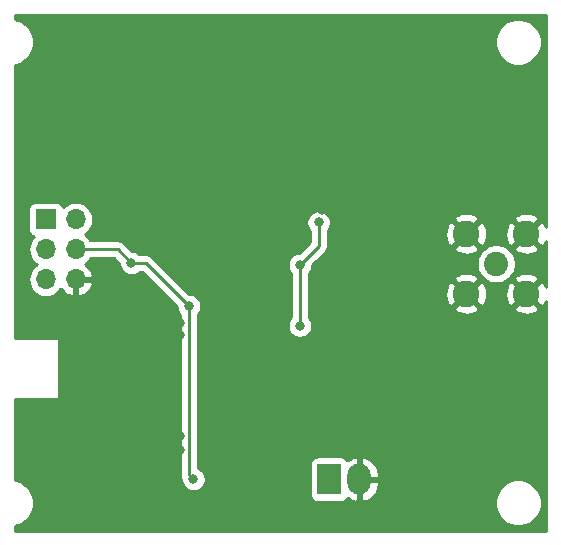
<source format=gbl>
G04 #@! TF.GenerationSoftware,KiCad,Pcbnew,5.1.4-e60b266~84~ubuntu18.04.1*
G04 #@! TF.CreationDate,2019-10-26T18:44:54+05:30*
G04 #@! TF.ProjectId,senseEle_SMA_rev1,73656e73-6545-46c6-955f-534d415f7265,rev?*
G04 #@! TF.SameCoordinates,Original*
G04 #@! TF.FileFunction,Copper,L2,Bot*
G04 #@! TF.FilePolarity,Positive*
%FSLAX46Y46*%
G04 Gerber Fmt 4.6, Leading zero omitted, Abs format (unit mm)*
G04 Created by KiCad (PCBNEW 5.1.4-e60b266~84~ubuntu18.04.1) date 2019-10-26 18:44:54*
%MOMM*%
%LPD*%
G04 APERTURE LIST*
%ADD10O,2.000000X2.600000*%
%ADD11R,2.000000X2.600000*%
%ADD12C,2.050000*%
%ADD13C,2.250000*%
%ADD14R,1.700000X1.700000*%
%ADD15O,1.700000X1.700000*%
%ADD16C,0.800000*%
%ADD17C,0.250000*%
%ADD18C,0.254000*%
G04 APERTURE END LIST*
D10*
X42540000Y-50000000D03*
D11*
X40000000Y-50000000D03*
D12*
X54130000Y-31760000D03*
D13*
X56670000Y-34300000D03*
X56670000Y-29220000D03*
X51590000Y-29220000D03*
X51590000Y-34300000D03*
D14*
X16000000Y-28000000D03*
D15*
X18540000Y-28000000D03*
X16000000Y-30540000D03*
X18540000Y-30540000D03*
X16000000Y-33080000D03*
X18540000Y-33080000D03*
D16*
X35750000Y-33500000D03*
X35300000Y-28250000D03*
X24500000Y-34000000D03*
X39350000Y-27200000D03*
X31600000Y-17000000D03*
X14200000Y-48250000D03*
X14200000Y-49050000D03*
X15000000Y-49050000D03*
X15000000Y-48250000D03*
X14200000Y-35900000D03*
X27350000Y-37800000D03*
X27350000Y-36750000D03*
X26500000Y-36750000D03*
X27350000Y-46300000D03*
X27350000Y-47500000D03*
X26250000Y-47500000D03*
X14200000Y-45000000D03*
X14200000Y-44050000D03*
X15150000Y-45000000D03*
X15150000Y-44050000D03*
X18250000Y-44500000D03*
X21000000Y-42000000D03*
X23500000Y-42000000D03*
X22250000Y-44500000D03*
X18250000Y-39500000D03*
X22250000Y-39500000D03*
X41215000Y-37485000D03*
X41500000Y-22000000D03*
X44700000Y-22000000D03*
X47800000Y-22000000D03*
X23250000Y-31700000D03*
X28500000Y-50000000D03*
X28100000Y-35350000D03*
X39100000Y-28250000D03*
X37500000Y-37000000D03*
X37500000Y-31850000D03*
D17*
X14200000Y-48250000D02*
X14200000Y-49050000D01*
X15000000Y-49050000D02*
X15000000Y-48250000D01*
X27350000Y-36750000D02*
X27350000Y-37800000D01*
X27350000Y-46300000D02*
X27350000Y-47500000D01*
X14200000Y-45000000D02*
X14200000Y-44050000D01*
X15150000Y-45000000D02*
X15150000Y-44050000D01*
X15150000Y-44050000D02*
X17800000Y-44050000D01*
X17800000Y-44050000D02*
X18250000Y-44500000D01*
X18250000Y-44500000D02*
X20750000Y-42000000D01*
X20750000Y-42000000D02*
X21000000Y-42000000D01*
X21000000Y-42000000D02*
X23500000Y-42000000D01*
X23500000Y-42000000D02*
X23500000Y-43250000D01*
X23500000Y-43250000D02*
X22250000Y-44500000D01*
X21000000Y-42000000D02*
X18500000Y-39500000D01*
X18500000Y-39500000D02*
X18250000Y-39500000D01*
X23500000Y-42000000D02*
X23500000Y-40750000D01*
X23500000Y-40750000D02*
X22250000Y-39500000D01*
X18540000Y-30540000D02*
X22090000Y-30540000D01*
X22090000Y-30540000D02*
X23250000Y-31700000D01*
X24450000Y-31700000D02*
X23250000Y-31700000D01*
X28100000Y-35350000D02*
X24450000Y-31700000D01*
X28100001Y-49600001D02*
X28500000Y-50000000D01*
X28100000Y-35350000D02*
X28100001Y-49600001D01*
X37500000Y-31850000D02*
X39100000Y-30250000D01*
X39100000Y-30250000D02*
X39100000Y-28250000D01*
X37500000Y-37000000D02*
X37500000Y-31850000D01*
D18*
G36*
X58340001Y-28664295D02*
G01*
X58280966Y-28490315D01*
X58171714Y-28285921D01*
X57894531Y-28175074D01*
X56849605Y-29220000D01*
X57894531Y-30264926D01*
X58171714Y-30154079D01*
X58325089Y-29843160D01*
X58340001Y-29787537D01*
X58340000Y-33744294D01*
X58280966Y-33570315D01*
X58171714Y-33365921D01*
X57894531Y-33255074D01*
X56849605Y-34300000D01*
X57894531Y-35344926D01*
X58171714Y-35234079D01*
X58325089Y-34923160D01*
X58340000Y-34867537D01*
X58340000Y-54340000D01*
X13377000Y-54340000D01*
X13377000Y-53948899D01*
X13579003Y-53908718D01*
X13940250Y-53759085D01*
X14265364Y-53541851D01*
X14541851Y-53265364D01*
X14759085Y-52940250D01*
X14908718Y-52579003D01*
X14985000Y-52195505D01*
X14985000Y-51804495D01*
X14908718Y-51420997D01*
X14759085Y-51059750D01*
X14541851Y-50734636D01*
X14265364Y-50458149D01*
X13940250Y-50240915D01*
X13579003Y-50091282D01*
X13377000Y-50051101D01*
X13377000Y-43177000D01*
X17000000Y-43177000D01*
X17024776Y-43174560D01*
X17048601Y-43167333D01*
X17070557Y-43155597D01*
X17089803Y-43139803D01*
X17105597Y-43120557D01*
X17117333Y-43098601D01*
X17124560Y-43074776D01*
X17127000Y-43050000D01*
X17127000Y-38200000D01*
X17124560Y-38175224D01*
X17117333Y-38151399D01*
X17105597Y-38129443D01*
X17089803Y-38110197D01*
X17070557Y-38094403D01*
X17048601Y-38082667D01*
X17024776Y-38075440D01*
X17000000Y-38073000D01*
X13377000Y-38073000D01*
X13377000Y-30540000D01*
X14507815Y-30540000D01*
X14536487Y-30831111D01*
X14621401Y-31111034D01*
X14759294Y-31369014D01*
X14944866Y-31595134D01*
X15170986Y-31780706D01*
X15225791Y-31810000D01*
X15170986Y-31839294D01*
X14944866Y-32024866D01*
X14759294Y-32250986D01*
X14621401Y-32508966D01*
X14536487Y-32788889D01*
X14507815Y-33080000D01*
X14536487Y-33371111D01*
X14621401Y-33651034D01*
X14759294Y-33909014D01*
X14944866Y-34135134D01*
X15170986Y-34320706D01*
X15428966Y-34458599D01*
X15708889Y-34543513D01*
X15927050Y-34565000D01*
X16072950Y-34565000D01*
X16291111Y-34543513D01*
X16571034Y-34458599D01*
X16829014Y-34320706D01*
X17055134Y-34135134D01*
X17240706Y-33909014D01*
X17271584Y-33851244D01*
X17442412Y-34080269D01*
X17658645Y-34275178D01*
X17908748Y-34424157D01*
X18183109Y-34521481D01*
X18413000Y-34400814D01*
X18413000Y-33207000D01*
X18667000Y-33207000D01*
X18667000Y-34400814D01*
X18896891Y-34521481D01*
X19171252Y-34424157D01*
X19421355Y-34275178D01*
X19637588Y-34080269D01*
X19811641Y-33846920D01*
X19936825Y-33584099D01*
X19981476Y-33436890D01*
X19860155Y-33207000D01*
X18667000Y-33207000D01*
X18413000Y-33207000D01*
X18393000Y-33207000D01*
X18393000Y-32953000D01*
X18413000Y-32953000D01*
X18413000Y-32933000D01*
X18667000Y-32933000D01*
X18667000Y-32953000D01*
X19860155Y-32953000D01*
X19981476Y-32723110D01*
X19936825Y-32575901D01*
X19811641Y-32313080D01*
X19637588Y-32079731D01*
X19421355Y-31884822D01*
X19304477Y-31815201D01*
X19369014Y-31780706D01*
X19595134Y-31595134D01*
X19780706Y-31369014D01*
X19817595Y-31300000D01*
X21775199Y-31300000D01*
X22215000Y-31739802D01*
X22215000Y-31801939D01*
X22254774Y-32001898D01*
X22332795Y-32190256D01*
X22446063Y-32359774D01*
X22590226Y-32503937D01*
X22759744Y-32617205D01*
X22948102Y-32695226D01*
X23148061Y-32735000D01*
X23351939Y-32735000D01*
X23551898Y-32695226D01*
X23740256Y-32617205D01*
X23909774Y-32503937D01*
X23953711Y-32460000D01*
X24135199Y-32460000D01*
X27065000Y-35389802D01*
X27065000Y-35451939D01*
X27104774Y-35651898D01*
X27182795Y-35840256D01*
X27296063Y-36009774D01*
X27340000Y-36053711D01*
X27340002Y-49562669D01*
X27336325Y-49600001D01*
X27350999Y-49748986D01*
X27394455Y-49892247D01*
X27465000Y-50024226D01*
X27465000Y-50101939D01*
X27504774Y-50301898D01*
X27582795Y-50490256D01*
X27696063Y-50659774D01*
X27840226Y-50803937D01*
X28009744Y-50917205D01*
X28198102Y-50995226D01*
X28398061Y-51035000D01*
X28601939Y-51035000D01*
X28801898Y-50995226D01*
X28990256Y-50917205D01*
X29159774Y-50803937D01*
X29303937Y-50659774D01*
X29417205Y-50490256D01*
X29495226Y-50301898D01*
X29535000Y-50101939D01*
X29535000Y-49898061D01*
X29495226Y-49698102D01*
X29417205Y-49509744D01*
X29303937Y-49340226D01*
X29159774Y-49196063D01*
X28990256Y-49082795D01*
X28860001Y-49028841D01*
X28860001Y-48700000D01*
X38361928Y-48700000D01*
X38361928Y-51300000D01*
X38374188Y-51424482D01*
X38410498Y-51544180D01*
X38469463Y-51654494D01*
X38548815Y-51751185D01*
X38645506Y-51830537D01*
X38755820Y-51889502D01*
X38875518Y-51925812D01*
X39000000Y-51938072D01*
X41000000Y-51938072D01*
X41124482Y-51925812D01*
X41244180Y-51889502D01*
X41354494Y-51830537D01*
X41451185Y-51751185D01*
X41530537Y-51654494D01*
X41557338Y-51604353D01*
X41737239Y-51730010D01*
X42031645Y-51859144D01*
X42159566Y-51890124D01*
X42413000Y-51770777D01*
X42413000Y-50127000D01*
X42667000Y-50127000D01*
X42667000Y-51770777D01*
X42920434Y-51890124D01*
X43048355Y-51859144D01*
X43172946Y-51804495D01*
X54015000Y-51804495D01*
X54015000Y-52195505D01*
X54091282Y-52579003D01*
X54240915Y-52940250D01*
X54458149Y-53265364D01*
X54734636Y-53541851D01*
X55059750Y-53759085D01*
X55420997Y-53908718D01*
X55804495Y-53985000D01*
X56195505Y-53985000D01*
X56579003Y-53908718D01*
X56940250Y-53759085D01*
X57265364Y-53541851D01*
X57541851Y-53265364D01*
X57759085Y-52940250D01*
X57908718Y-52579003D01*
X57985000Y-52195505D01*
X57985000Y-51804495D01*
X57908718Y-51420997D01*
X57759085Y-51059750D01*
X57541851Y-50734636D01*
X57265364Y-50458149D01*
X56940250Y-50240915D01*
X56579003Y-50091282D01*
X56195505Y-50015000D01*
X55804495Y-50015000D01*
X55420997Y-50091282D01*
X55059750Y-50240915D01*
X54734636Y-50458149D01*
X54458149Y-50734636D01*
X54240915Y-51059750D01*
X54091282Y-51420997D01*
X54015000Y-51804495D01*
X43172946Y-51804495D01*
X43342761Y-51730010D01*
X43606317Y-51545922D01*
X43828895Y-51313954D01*
X44001942Y-51043020D01*
X44118807Y-50743532D01*
X44175000Y-50427000D01*
X44175000Y-50127000D01*
X42667000Y-50127000D01*
X42413000Y-50127000D01*
X42393000Y-50127000D01*
X42393000Y-49873000D01*
X42413000Y-49873000D01*
X42413000Y-48229223D01*
X42667000Y-48229223D01*
X42667000Y-49873000D01*
X44175000Y-49873000D01*
X44175000Y-49573000D01*
X44118807Y-49256468D01*
X44001942Y-48956980D01*
X43828895Y-48686046D01*
X43606317Y-48454078D01*
X43342761Y-48269990D01*
X43048355Y-48140856D01*
X42920434Y-48109876D01*
X42667000Y-48229223D01*
X42413000Y-48229223D01*
X42159566Y-48109876D01*
X42031645Y-48140856D01*
X41737239Y-48269990D01*
X41557338Y-48395647D01*
X41530537Y-48345506D01*
X41451185Y-48248815D01*
X41354494Y-48169463D01*
X41244180Y-48110498D01*
X41124482Y-48074188D01*
X41000000Y-48061928D01*
X39000000Y-48061928D01*
X38875518Y-48074188D01*
X38755820Y-48110498D01*
X38645506Y-48169463D01*
X38548815Y-48248815D01*
X38469463Y-48345506D01*
X38410498Y-48455820D01*
X38374188Y-48575518D01*
X38361928Y-48700000D01*
X28860001Y-48700000D01*
X28859999Y-36053712D01*
X28903937Y-36009774D01*
X29017205Y-35840256D01*
X29095226Y-35651898D01*
X29135000Y-35451939D01*
X29135000Y-35248061D01*
X29095226Y-35048102D01*
X29017205Y-34859744D01*
X28903937Y-34690226D01*
X28759774Y-34546063D01*
X28590256Y-34432795D01*
X28401898Y-34354774D01*
X28201939Y-34315000D01*
X28139802Y-34315000D01*
X25572863Y-31748061D01*
X36465000Y-31748061D01*
X36465000Y-31951939D01*
X36504774Y-32151898D01*
X36582795Y-32340256D01*
X36696063Y-32509774D01*
X36740001Y-32553712D01*
X36740000Y-36296289D01*
X36696063Y-36340226D01*
X36582795Y-36509744D01*
X36504774Y-36698102D01*
X36465000Y-36898061D01*
X36465000Y-37101939D01*
X36504774Y-37301898D01*
X36582795Y-37490256D01*
X36696063Y-37659774D01*
X36840226Y-37803937D01*
X37009744Y-37917205D01*
X37198102Y-37995226D01*
X37398061Y-38035000D01*
X37601939Y-38035000D01*
X37801898Y-37995226D01*
X37990256Y-37917205D01*
X38159774Y-37803937D01*
X38303937Y-37659774D01*
X38417205Y-37490256D01*
X38495226Y-37301898D01*
X38535000Y-37101939D01*
X38535000Y-36898061D01*
X38495226Y-36698102D01*
X38417205Y-36509744D01*
X38303937Y-36340226D01*
X38260000Y-36296289D01*
X38260000Y-35524531D01*
X50545074Y-35524531D01*
X50655921Y-35801714D01*
X50966840Y-35955089D01*
X51301705Y-36044860D01*
X51647650Y-36067576D01*
X51991380Y-36022366D01*
X52319685Y-35910966D01*
X52524079Y-35801714D01*
X52634926Y-35524531D01*
X55625074Y-35524531D01*
X55735921Y-35801714D01*
X56046840Y-35955089D01*
X56381705Y-36044860D01*
X56727650Y-36067576D01*
X57071380Y-36022366D01*
X57399685Y-35910966D01*
X57604079Y-35801714D01*
X57714926Y-35524531D01*
X56670000Y-34479605D01*
X55625074Y-35524531D01*
X52634926Y-35524531D01*
X51590000Y-34479605D01*
X50545074Y-35524531D01*
X38260000Y-35524531D01*
X38260000Y-34357650D01*
X49822424Y-34357650D01*
X49867634Y-34701380D01*
X49979034Y-35029685D01*
X50088286Y-35234079D01*
X50365469Y-35344926D01*
X51410395Y-34300000D01*
X51769605Y-34300000D01*
X52814531Y-35344926D01*
X53091714Y-35234079D01*
X53245089Y-34923160D01*
X53334860Y-34588295D01*
X53350004Y-34357650D01*
X54902424Y-34357650D01*
X54947634Y-34701380D01*
X55059034Y-35029685D01*
X55168286Y-35234079D01*
X55445469Y-35344926D01*
X56490395Y-34300000D01*
X55445469Y-33255074D01*
X55168286Y-33365921D01*
X55014911Y-33676840D01*
X54925140Y-34011705D01*
X54902424Y-34357650D01*
X53350004Y-34357650D01*
X53357576Y-34242350D01*
X53312366Y-33898620D01*
X53200966Y-33570315D01*
X53091714Y-33365921D01*
X52814531Y-33255074D01*
X51769605Y-34300000D01*
X51410395Y-34300000D01*
X50365469Y-33255074D01*
X50088286Y-33365921D01*
X49934911Y-33676840D01*
X49845140Y-34011705D01*
X49822424Y-34357650D01*
X38260000Y-34357650D01*
X38260000Y-33075469D01*
X50545074Y-33075469D01*
X51590000Y-34120395D01*
X52634926Y-33075469D01*
X52524079Y-32798286D01*
X52213160Y-32644911D01*
X51878295Y-32555140D01*
X51532350Y-32532424D01*
X51188620Y-32577634D01*
X50860315Y-32689034D01*
X50655921Y-32798286D01*
X50545074Y-33075469D01*
X38260000Y-33075469D01*
X38260000Y-32553711D01*
X38303937Y-32509774D01*
X38417205Y-32340256D01*
X38495226Y-32151898D01*
X38535000Y-31951939D01*
X38535000Y-31889801D01*
X38828297Y-31596504D01*
X52470000Y-31596504D01*
X52470000Y-31923496D01*
X52533793Y-32244204D01*
X52658927Y-32546305D01*
X52840594Y-32818188D01*
X53071812Y-33049406D01*
X53343695Y-33231073D01*
X53645796Y-33356207D01*
X53966504Y-33420000D01*
X54293496Y-33420000D01*
X54614204Y-33356207D01*
X54916305Y-33231073D01*
X55149182Y-33075469D01*
X55625074Y-33075469D01*
X56670000Y-34120395D01*
X57714926Y-33075469D01*
X57604079Y-32798286D01*
X57293160Y-32644911D01*
X56958295Y-32555140D01*
X56612350Y-32532424D01*
X56268620Y-32577634D01*
X55940315Y-32689034D01*
X55735921Y-32798286D01*
X55625074Y-33075469D01*
X55149182Y-33075469D01*
X55188188Y-33049406D01*
X55419406Y-32818188D01*
X55601073Y-32546305D01*
X55726207Y-32244204D01*
X55790000Y-31923496D01*
X55790000Y-31596504D01*
X55726207Y-31275796D01*
X55601073Y-30973695D01*
X55419406Y-30701812D01*
X55188188Y-30470594D01*
X55149183Y-30444531D01*
X55625074Y-30444531D01*
X55735921Y-30721714D01*
X56046840Y-30875089D01*
X56381705Y-30964860D01*
X56727650Y-30987576D01*
X57071380Y-30942366D01*
X57399685Y-30830966D01*
X57604079Y-30721714D01*
X57714926Y-30444531D01*
X56670000Y-29399605D01*
X55625074Y-30444531D01*
X55149183Y-30444531D01*
X54916305Y-30288927D01*
X54614204Y-30163793D01*
X54293496Y-30100000D01*
X53966504Y-30100000D01*
X53645796Y-30163793D01*
X53343695Y-30288927D01*
X53071812Y-30470594D01*
X52840594Y-30701812D01*
X52658927Y-30973695D01*
X52533793Y-31275796D01*
X52470000Y-31596504D01*
X38828297Y-31596504D01*
X39611004Y-30813798D01*
X39640001Y-30790001D01*
X39734974Y-30674276D01*
X39805546Y-30542247D01*
X39835187Y-30444531D01*
X50545074Y-30444531D01*
X50655921Y-30721714D01*
X50966840Y-30875089D01*
X51301705Y-30964860D01*
X51647650Y-30987576D01*
X51991380Y-30942366D01*
X52319685Y-30830966D01*
X52524079Y-30721714D01*
X52634926Y-30444531D01*
X51590000Y-29399605D01*
X50545074Y-30444531D01*
X39835187Y-30444531D01*
X39849003Y-30398986D01*
X39860000Y-30287333D01*
X39860000Y-30287325D01*
X39863676Y-30250000D01*
X39860000Y-30212675D01*
X39860000Y-29277650D01*
X49822424Y-29277650D01*
X49867634Y-29621380D01*
X49979034Y-29949685D01*
X50088286Y-30154079D01*
X50365469Y-30264926D01*
X51410395Y-29220000D01*
X51769605Y-29220000D01*
X52814531Y-30264926D01*
X53091714Y-30154079D01*
X53245089Y-29843160D01*
X53334860Y-29508295D01*
X53350004Y-29277650D01*
X54902424Y-29277650D01*
X54947634Y-29621380D01*
X55059034Y-29949685D01*
X55168286Y-30154079D01*
X55445469Y-30264926D01*
X56490395Y-29220000D01*
X55445469Y-28175074D01*
X55168286Y-28285921D01*
X55014911Y-28596840D01*
X54925140Y-28931705D01*
X54902424Y-29277650D01*
X53350004Y-29277650D01*
X53357576Y-29162350D01*
X53312366Y-28818620D01*
X53200966Y-28490315D01*
X53091714Y-28285921D01*
X52814531Y-28175074D01*
X51769605Y-29220000D01*
X51410395Y-29220000D01*
X50365469Y-28175074D01*
X50088286Y-28285921D01*
X49934911Y-28596840D01*
X49845140Y-28931705D01*
X49822424Y-29277650D01*
X39860000Y-29277650D01*
X39860000Y-28953711D01*
X39903937Y-28909774D01*
X40017205Y-28740256D01*
X40095226Y-28551898D01*
X40135000Y-28351939D01*
X40135000Y-28148061D01*
X40104648Y-27995469D01*
X50545074Y-27995469D01*
X51590000Y-29040395D01*
X52634926Y-27995469D01*
X55625074Y-27995469D01*
X56670000Y-29040395D01*
X57714926Y-27995469D01*
X57604079Y-27718286D01*
X57293160Y-27564911D01*
X56958295Y-27475140D01*
X56612350Y-27452424D01*
X56268620Y-27497634D01*
X55940315Y-27609034D01*
X55735921Y-27718286D01*
X55625074Y-27995469D01*
X52634926Y-27995469D01*
X52524079Y-27718286D01*
X52213160Y-27564911D01*
X51878295Y-27475140D01*
X51532350Y-27452424D01*
X51188620Y-27497634D01*
X50860315Y-27609034D01*
X50655921Y-27718286D01*
X50545074Y-27995469D01*
X40104648Y-27995469D01*
X40095226Y-27948102D01*
X40017205Y-27759744D01*
X39903937Y-27590226D01*
X39759774Y-27446063D01*
X39590256Y-27332795D01*
X39401898Y-27254774D01*
X39201939Y-27215000D01*
X38998061Y-27215000D01*
X38798102Y-27254774D01*
X38609744Y-27332795D01*
X38440226Y-27446063D01*
X38296063Y-27590226D01*
X38182795Y-27759744D01*
X38104774Y-27948102D01*
X38065000Y-28148061D01*
X38065000Y-28351939D01*
X38104774Y-28551898D01*
X38182795Y-28740256D01*
X38296063Y-28909774D01*
X38340001Y-28953712D01*
X38340000Y-29935198D01*
X37460199Y-30815000D01*
X37398061Y-30815000D01*
X37198102Y-30854774D01*
X37009744Y-30932795D01*
X36840226Y-31046063D01*
X36696063Y-31190226D01*
X36582795Y-31359744D01*
X36504774Y-31548102D01*
X36465000Y-31748061D01*
X25572863Y-31748061D01*
X25013804Y-31189003D01*
X24990001Y-31159999D01*
X24874276Y-31065026D01*
X24742247Y-30994454D01*
X24598986Y-30950997D01*
X24487333Y-30940000D01*
X24487322Y-30940000D01*
X24450000Y-30936324D01*
X24412678Y-30940000D01*
X23953711Y-30940000D01*
X23909774Y-30896063D01*
X23740256Y-30782795D01*
X23551898Y-30704774D01*
X23351939Y-30665000D01*
X23289802Y-30665000D01*
X22653804Y-30029003D01*
X22630001Y-29999999D01*
X22514276Y-29905026D01*
X22382247Y-29834454D01*
X22238986Y-29790997D01*
X22127333Y-29780000D01*
X22127322Y-29780000D01*
X22090000Y-29776324D01*
X22052678Y-29780000D01*
X19817595Y-29780000D01*
X19780706Y-29710986D01*
X19595134Y-29484866D01*
X19369014Y-29299294D01*
X19314209Y-29270000D01*
X19369014Y-29240706D01*
X19595134Y-29055134D01*
X19780706Y-28829014D01*
X19918599Y-28571034D01*
X20003513Y-28291111D01*
X20032185Y-28000000D01*
X20003513Y-27708889D01*
X19918599Y-27428966D01*
X19780706Y-27170986D01*
X19595134Y-26944866D01*
X19369014Y-26759294D01*
X19111034Y-26621401D01*
X18831111Y-26536487D01*
X18612950Y-26515000D01*
X18467050Y-26515000D01*
X18248889Y-26536487D01*
X17968966Y-26621401D01*
X17710986Y-26759294D01*
X17484866Y-26944866D01*
X17460393Y-26974687D01*
X17439502Y-26905820D01*
X17380537Y-26795506D01*
X17301185Y-26698815D01*
X17204494Y-26619463D01*
X17094180Y-26560498D01*
X16974482Y-26524188D01*
X16850000Y-26511928D01*
X15150000Y-26511928D01*
X15025518Y-26524188D01*
X14905820Y-26560498D01*
X14795506Y-26619463D01*
X14698815Y-26698815D01*
X14619463Y-26795506D01*
X14560498Y-26905820D01*
X14524188Y-27025518D01*
X14511928Y-27150000D01*
X14511928Y-28850000D01*
X14524188Y-28974482D01*
X14560498Y-29094180D01*
X14619463Y-29204494D01*
X14698815Y-29301185D01*
X14795506Y-29380537D01*
X14905820Y-29439502D01*
X14974687Y-29460393D01*
X14944866Y-29484866D01*
X14759294Y-29710986D01*
X14621401Y-29968966D01*
X14536487Y-30248889D01*
X14507815Y-30540000D01*
X13377000Y-30540000D01*
X13377000Y-14948899D01*
X13579003Y-14908718D01*
X13940250Y-14759085D01*
X14265364Y-14541851D01*
X14541851Y-14265364D01*
X14759085Y-13940250D01*
X14908718Y-13579003D01*
X14985000Y-13195505D01*
X14985000Y-12804495D01*
X54015000Y-12804495D01*
X54015000Y-13195505D01*
X54091282Y-13579003D01*
X54240915Y-13940250D01*
X54458149Y-14265364D01*
X54734636Y-14541851D01*
X55059750Y-14759085D01*
X55420997Y-14908718D01*
X55804495Y-14985000D01*
X56195505Y-14985000D01*
X56579003Y-14908718D01*
X56940250Y-14759085D01*
X57265364Y-14541851D01*
X57541851Y-14265364D01*
X57759085Y-13940250D01*
X57908718Y-13579003D01*
X57985000Y-13195505D01*
X57985000Y-12804495D01*
X57908718Y-12420997D01*
X57759085Y-12059750D01*
X57541851Y-11734636D01*
X57265364Y-11458149D01*
X56940250Y-11240915D01*
X56579003Y-11091282D01*
X56195505Y-11015000D01*
X55804495Y-11015000D01*
X55420997Y-11091282D01*
X55059750Y-11240915D01*
X54734636Y-11458149D01*
X54458149Y-11734636D01*
X54240915Y-12059750D01*
X54091282Y-12420997D01*
X54015000Y-12804495D01*
X14985000Y-12804495D01*
X14908718Y-12420997D01*
X14759085Y-12059750D01*
X14541851Y-11734636D01*
X14265364Y-11458149D01*
X13940250Y-11240915D01*
X13579003Y-11091282D01*
X13377000Y-11051101D01*
X13377000Y-10660000D01*
X58340001Y-10660000D01*
X58340001Y-28664295D01*
X58340001Y-28664295D01*
G37*
X58340001Y-28664295D02*
X58280966Y-28490315D01*
X58171714Y-28285921D01*
X57894531Y-28175074D01*
X56849605Y-29220000D01*
X57894531Y-30264926D01*
X58171714Y-30154079D01*
X58325089Y-29843160D01*
X58340001Y-29787537D01*
X58340000Y-33744294D01*
X58280966Y-33570315D01*
X58171714Y-33365921D01*
X57894531Y-33255074D01*
X56849605Y-34300000D01*
X57894531Y-35344926D01*
X58171714Y-35234079D01*
X58325089Y-34923160D01*
X58340000Y-34867537D01*
X58340000Y-54340000D01*
X13377000Y-54340000D01*
X13377000Y-53948899D01*
X13579003Y-53908718D01*
X13940250Y-53759085D01*
X14265364Y-53541851D01*
X14541851Y-53265364D01*
X14759085Y-52940250D01*
X14908718Y-52579003D01*
X14985000Y-52195505D01*
X14985000Y-51804495D01*
X14908718Y-51420997D01*
X14759085Y-51059750D01*
X14541851Y-50734636D01*
X14265364Y-50458149D01*
X13940250Y-50240915D01*
X13579003Y-50091282D01*
X13377000Y-50051101D01*
X13377000Y-43177000D01*
X17000000Y-43177000D01*
X17024776Y-43174560D01*
X17048601Y-43167333D01*
X17070557Y-43155597D01*
X17089803Y-43139803D01*
X17105597Y-43120557D01*
X17117333Y-43098601D01*
X17124560Y-43074776D01*
X17127000Y-43050000D01*
X17127000Y-38200000D01*
X17124560Y-38175224D01*
X17117333Y-38151399D01*
X17105597Y-38129443D01*
X17089803Y-38110197D01*
X17070557Y-38094403D01*
X17048601Y-38082667D01*
X17024776Y-38075440D01*
X17000000Y-38073000D01*
X13377000Y-38073000D01*
X13377000Y-30540000D01*
X14507815Y-30540000D01*
X14536487Y-30831111D01*
X14621401Y-31111034D01*
X14759294Y-31369014D01*
X14944866Y-31595134D01*
X15170986Y-31780706D01*
X15225791Y-31810000D01*
X15170986Y-31839294D01*
X14944866Y-32024866D01*
X14759294Y-32250986D01*
X14621401Y-32508966D01*
X14536487Y-32788889D01*
X14507815Y-33080000D01*
X14536487Y-33371111D01*
X14621401Y-33651034D01*
X14759294Y-33909014D01*
X14944866Y-34135134D01*
X15170986Y-34320706D01*
X15428966Y-34458599D01*
X15708889Y-34543513D01*
X15927050Y-34565000D01*
X16072950Y-34565000D01*
X16291111Y-34543513D01*
X16571034Y-34458599D01*
X16829014Y-34320706D01*
X17055134Y-34135134D01*
X17240706Y-33909014D01*
X17271584Y-33851244D01*
X17442412Y-34080269D01*
X17658645Y-34275178D01*
X17908748Y-34424157D01*
X18183109Y-34521481D01*
X18413000Y-34400814D01*
X18413000Y-33207000D01*
X18667000Y-33207000D01*
X18667000Y-34400814D01*
X18896891Y-34521481D01*
X19171252Y-34424157D01*
X19421355Y-34275178D01*
X19637588Y-34080269D01*
X19811641Y-33846920D01*
X19936825Y-33584099D01*
X19981476Y-33436890D01*
X19860155Y-33207000D01*
X18667000Y-33207000D01*
X18413000Y-33207000D01*
X18393000Y-33207000D01*
X18393000Y-32953000D01*
X18413000Y-32953000D01*
X18413000Y-32933000D01*
X18667000Y-32933000D01*
X18667000Y-32953000D01*
X19860155Y-32953000D01*
X19981476Y-32723110D01*
X19936825Y-32575901D01*
X19811641Y-32313080D01*
X19637588Y-32079731D01*
X19421355Y-31884822D01*
X19304477Y-31815201D01*
X19369014Y-31780706D01*
X19595134Y-31595134D01*
X19780706Y-31369014D01*
X19817595Y-31300000D01*
X21775199Y-31300000D01*
X22215000Y-31739802D01*
X22215000Y-31801939D01*
X22254774Y-32001898D01*
X22332795Y-32190256D01*
X22446063Y-32359774D01*
X22590226Y-32503937D01*
X22759744Y-32617205D01*
X22948102Y-32695226D01*
X23148061Y-32735000D01*
X23351939Y-32735000D01*
X23551898Y-32695226D01*
X23740256Y-32617205D01*
X23909774Y-32503937D01*
X23953711Y-32460000D01*
X24135199Y-32460000D01*
X27065000Y-35389802D01*
X27065000Y-35451939D01*
X27104774Y-35651898D01*
X27182795Y-35840256D01*
X27296063Y-36009774D01*
X27340000Y-36053711D01*
X27340002Y-49562669D01*
X27336325Y-49600001D01*
X27350999Y-49748986D01*
X27394455Y-49892247D01*
X27465000Y-50024226D01*
X27465000Y-50101939D01*
X27504774Y-50301898D01*
X27582795Y-50490256D01*
X27696063Y-50659774D01*
X27840226Y-50803937D01*
X28009744Y-50917205D01*
X28198102Y-50995226D01*
X28398061Y-51035000D01*
X28601939Y-51035000D01*
X28801898Y-50995226D01*
X28990256Y-50917205D01*
X29159774Y-50803937D01*
X29303937Y-50659774D01*
X29417205Y-50490256D01*
X29495226Y-50301898D01*
X29535000Y-50101939D01*
X29535000Y-49898061D01*
X29495226Y-49698102D01*
X29417205Y-49509744D01*
X29303937Y-49340226D01*
X29159774Y-49196063D01*
X28990256Y-49082795D01*
X28860001Y-49028841D01*
X28860001Y-48700000D01*
X38361928Y-48700000D01*
X38361928Y-51300000D01*
X38374188Y-51424482D01*
X38410498Y-51544180D01*
X38469463Y-51654494D01*
X38548815Y-51751185D01*
X38645506Y-51830537D01*
X38755820Y-51889502D01*
X38875518Y-51925812D01*
X39000000Y-51938072D01*
X41000000Y-51938072D01*
X41124482Y-51925812D01*
X41244180Y-51889502D01*
X41354494Y-51830537D01*
X41451185Y-51751185D01*
X41530537Y-51654494D01*
X41557338Y-51604353D01*
X41737239Y-51730010D01*
X42031645Y-51859144D01*
X42159566Y-51890124D01*
X42413000Y-51770777D01*
X42413000Y-50127000D01*
X42667000Y-50127000D01*
X42667000Y-51770777D01*
X42920434Y-51890124D01*
X43048355Y-51859144D01*
X43172946Y-51804495D01*
X54015000Y-51804495D01*
X54015000Y-52195505D01*
X54091282Y-52579003D01*
X54240915Y-52940250D01*
X54458149Y-53265364D01*
X54734636Y-53541851D01*
X55059750Y-53759085D01*
X55420997Y-53908718D01*
X55804495Y-53985000D01*
X56195505Y-53985000D01*
X56579003Y-53908718D01*
X56940250Y-53759085D01*
X57265364Y-53541851D01*
X57541851Y-53265364D01*
X57759085Y-52940250D01*
X57908718Y-52579003D01*
X57985000Y-52195505D01*
X57985000Y-51804495D01*
X57908718Y-51420997D01*
X57759085Y-51059750D01*
X57541851Y-50734636D01*
X57265364Y-50458149D01*
X56940250Y-50240915D01*
X56579003Y-50091282D01*
X56195505Y-50015000D01*
X55804495Y-50015000D01*
X55420997Y-50091282D01*
X55059750Y-50240915D01*
X54734636Y-50458149D01*
X54458149Y-50734636D01*
X54240915Y-51059750D01*
X54091282Y-51420997D01*
X54015000Y-51804495D01*
X43172946Y-51804495D01*
X43342761Y-51730010D01*
X43606317Y-51545922D01*
X43828895Y-51313954D01*
X44001942Y-51043020D01*
X44118807Y-50743532D01*
X44175000Y-50427000D01*
X44175000Y-50127000D01*
X42667000Y-50127000D01*
X42413000Y-50127000D01*
X42393000Y-50127000D01*
X42393000Y-49873000D01*
X42413000Y-49873000D01*
X42413000Y-48229223D01*
X42667000Y-48229223D01*
X42667000Y-49873000D01*
X44175000Y-49873000D01*
X44175000Y-49573000D01*
X44118807Y-49256468D01*
X44001942Y-48956980D01*
X43828895Y-48686046D01*
X43606317Y-48454078D01*
X43342761Y-48269990D01*
X43048355Y-48140856D01*
X42920434Y-48109876D01*
X42667000Y-48229223D01*
X42413000Y-48229223D01*
X42159566Y-48109876D01*
X42031645Y-48140856D01*
X41737239Y-48269990D01*
X41557338Y-48395647D01*
X41530537Y-48345506D01*
X41451185Y-48248815D01*
X41354494Y-48169463D01*
X41244180Y-48110498D01*
X41124482Y-48074188D01*
X41000000Y-48061928D01*
X39000000Y-48061928D01*
X38875518Y-48074188D01*
X38755820Y-48110498D01*
X38645506Y-48169463D01*
X38548815Y-48248815D01*
X38469463Y-48345506D01*
X38410498Y-48455820D01*
X38374188Y-48575518D01*
X38361928Y-48700000D01*
X28860001Y-48700000D01*
X28859999Y-36053712D01*
X28903937Y-36009774D01*
X29017205Y-35840256D01*
X29095226Y-35651898D01*
X29135000Y-35451939D01*
X29135000Y-35248061D01*
X29095226Y-35048102D01*
X29017205Y-34859744D01*
X28903937Y-34690226D01*
X28759774Y-34546063D01*
X28590256Y-34432795D01*
X28401898Y-34354774D01*
X28201939Y-34315000D01*
X28139802Y-34315000D01*
X25572863Y-31748061D01*
X36465000Y-31748061D01*
X36465000Y-31951939D01*
X36504774Y-32151898D01*
X36582795Y-32340256D01*
X36696063Y-32509774D01*
X36740001Y-32553712D01*
X36740000Y-36296289D01*
X36696063Y-36340226D01*
X36582795Y-36509744D01*
X36504774Y-36698102D01*
X36465000Y-36898061D01*
X36465000Y-37101939D01*
X36504774Y-37301898D01*
X36582795Y-37490256D01*
X36696063Y-37659774D01*
X36840226Y-37803937D01*
X37009744Y-37917205D01*
X37198102Y-37995226D01*
X37398061Y-38035000D01*
X37601939Y-38035000D01*
X37801898Y-37995226D01*
X37990256Y-37917205D01*
X38159774Y-37803937D01*
X38303937Y-37659774D01*
X38417205Y-37490256D01*
X38495226Y-37301898D01*
X38535000Y-37101939D01*
X38535000Y-36898061D01*
X38495226Y-36698102D01*
X38417205Y-36509744D01*
X38303937Y-36340226D01*
X38260000Y-36296289D01*
X38260000Y-35524531D01*
X50545074Y-35524531D01*
X50655921Y-35801714D01*
X50966840Y-35955089D01*
X51301705Y-36044860D01*
X51647650Y-36067576D01*
X51991380Y-36022366D01*
X52319685Y-35910966D01*
X52524079Y-35801714D01*
X52634926Y-35524531D01*
X55625074Y-35524531D01*
X55735921Y-35801714D01*
X56046840Y-35955089D01*
X56381705Y-36044860D01*
X56727650Y-36067576D01*
X57071380Y-36022366D01*
X57399685Y-35910966D01*
X57604079Y-35801714D01*
X57714926Y-35524531D01*
X56670000Y-34479605D01*
X55625074Y-35524531D01*
X52634926Y-35524531D01*
X51590000Y-34479605D01*
X50545074Y-35524531D01*
X38260000Y-35524531D01*
X38260000Y-34357650D01*
X49822424Y-34357650D01*
X49867634Y-34701380D01*
X49979034Y-35029685D01*
X50088286Y-35234079D01*
X50365469Y-35344926D01*
X51410395Y-34300000D01*
X51769605Y-34300000D01*
X52814531Y-35344926D01*
X53091714Y-35234079D01*
X53245089Y-34923160D01*
X53334860Y-34588295D01*
X53350004Y-34357650D01*
X54902424Y-34357650D01*
X54947634Y-34701380D01*
X55059034Y-35029685D01*
X55168286Y-35234079D01*
X55445469Y-35344926D01*
X56490395Y-34300000D01*
X55445469Y-33255074D01*
X55168286Y-33365921D01*
X55014911Y-33676840D01*
X54925140Y-34011705D01*
X54902424Y-34357650D01*
X53350004Y-34357650D01*
X53357576Y-34242350D01*
X53312366Y-33898620D01*
X53200966Y-33570315D01*
X53091714Y-33365921D01*
X52814531Y-33255074D01*
X51769605Y-34300000D01*
X51410395Y-34300000D01*
X50365469Y-33255074D01*
X50088286Y-33365921D01*
X49934911Y-33676840D01*
X49845140Y-34011705D01*
X49822424Y-34357650D01*
X38260000Y-34357650D01*
X38260000Y-33075469D01*
X50545074Y-33075469D01*
X51590000Y-34120395D01*
X52634926Y-33075469D01*
X52524079Y-32798286D01*
X52213160Y-32644911D01*
X51878295Y-32555140D01*
X51532350Y-32532424D01*
X51188620Y-32577634D01*
X50860315Y-32689034D01*
X50655921Y-32798286D01*
X50545074Y-33075469D01*
X38260000Y-33075469D01*
X38260000Y-32553711D01*
X38303937Y-32509774D01*
X38417205Y-32340256D01*
X38495226Y-32151898D01*
X38535000Y-31951939D01*
X38535000Y-31889801D01*
X38828297Y-31596504D01*
X52470000Y-31596504D01*
X52470000Y-31923496D01*
X52533793Y-32244204D01*
X52658927Y-32546305D01*
X52840594Y-32818188D01*
X53071812Y-33049406D01*
X53343695Y-33231073D01*
X53645796Y-33356207D01*
X53966504Y-33420000D01*
X54293496Y-33420000D01*
X54614204Y-33356207D01*
X54916305Y-33231073D01*
X55149182Y-33075469D01*
X55625074Y-33075469D01*
X56670000Y-34120395D01*
X57714926Y-33075469D01*
X57604079Y-32798286D01*
X57293160Y-32644911D01*
X56958295Y-32555140D01*
X56612350Y-32532424D01*
X56268620Y-32577634D01*
X55940315Y-32689034D01*
X55735921Y-32798286D01*
X55625074Y-33075469D01*
X55149182Y-33075469D01*
X55188188Y-33049406D01*
X55419406Y-32818188D01*
X55601073Y-32546305D01*
X55726207Y-32244204D01*
X55790000Y-31923496D01*
X55790000Y-31596504D01*
X55726207Y-31275796D01*
X55601073Y-30973695D01*
X55419406Y-30701812D01*
X55188188Y-30470594D01*
X55149183Y-30444531D01*
X55625074Y-30444531D01*
X55735921Y-30721714D01*
X56046840Y-30875089D01*
X56381705Y-30964860D01*
X56727650Y-30987576D01*
X57071380Y-30942366D01*
X57399685Y-30830966D01*
X57604079Y-30721714D01*
X57714926Y-30444531D01*
X56670000Y-29399605D01*
X55625074Y-30444531D01*
X55149183Y-30444531D01*
X54916305Y-30288927D01*
X54614204Y-30163793D01*
X54293496Y-30100000D01*
X53966504Y-30100000D01*
X53645796Y-30163793D01*
X53343695Y-30288927D01*
X53071812Y-30470594D01*
X52840594Y-30701812D01*
X52658927Y-30973695D01*
X52533793Y-31275796D01*
X52470000Y-31596504D01*
X38828297Y-31596504D01*
X39611004Y-30813798D01*
X39640001Y-30790001D01*
X39734974Y-30674276D01*
X39805546Y-30542247D01*
X39835187Y-30444531D01*
X50545074Y-30444531D01*
X50655921Y-30721714D01*
X50966840Y-30875089D01*
X51301705Y-30964860D01*
X51647650Y-30987576D01*
X51991380Y-30942366D01*
X52319685Y-30830966D01*
X52524079Y-30721714D01*
X52634926Y-30444531D01*
X51590000Y-29399605D01*
X50545074Y-30444531D01*
X39835187Y-30444531D01*
X39849003Y-30398986D01*
X39860000Y-30287333D01*
X39860000Y-30287325D01*
X39863676Y-30250000D01*
X39860000Y-30212675D01*
X39860000Y-29277650D01*
X49822424Y-29277650D01*
X49867634Y-29621380D01*
X49979034Y-29949685D01*
X50088286Y-30154079D01*
X50365469Y-30264926D01*
X51410395Y-29220000D01*
X51769605Y-29220000D01*
X52814531Y-30264926D01*
X53091714Y-30154079D01*
X53245089Y-29843160D01*
X53334860Y-29508295D01*
X53350004Y-29277650D01*
X54902424Y-29277650D01*
X54947634Y-29621380D01*
X55059034Y-29949685D01*
X55168286Y-30154079D01*
X55445469Y-30264926D01*
X56490395Y-29220000D01*
X55445469Y-28175074D01*
X55168286Y-28285921D01*
X55014911Y-28596840D01*
X54925140Y-28931705D01*
X54902424Y-29277650D01*
X53350004Y-29277650D01*
X53357576Y-29162350D01*
X53312366Y-28818620D01*
X53200966Y-28490315D01*
X53091714Y-28285921D01*
X52814531Y-28175074D01*
X51769605Y-29220000D01*
X51410395Y-29220000D01*
X50365469Y-28175074D01*
X50088286Y-28285921D01*
X49934911Y-28596840D01*
X49845140Y-28931705D01*
X49822424Y-29277650D01*
X39860000Y-29277650D01*
X39860000Y-28953711D01*
X39903937Y-28909774D01*
X40017205Y-28740256D01*
X40095226Y-28551898D01*
X40135000Y-28351939D01*
X40135000Y-28148061D01*
X40104648Y-27995469D01*
X50545074Y-27995469D01*
X51590000Y-29040395D01*
X52634926Y-27995469D01*
X55625074Y-27995469D01*
X56670000Y-29040395D01*
X57714926Y-27995469D01*
X57604079Y-27718286D01*
X57293160Y-27564911D01*
X56958295Y-27475140D01*
X56612350Y-27452424D01*
X56268620Y-27497634D01*
X55940315Y-27609034D01*
X55735921Y-27718286D01*
X55625074Y-27995469D01*
X52634926Y-27995469D01*
X52524079Y-27718286D01*
X52213160Y-27564911D01*
X51878295Y-27475140D01*
X51532350Y-27452424D01*
X51188620Y-27497634D01*
X50860315Y-27609034D01*
X50655921Y-27718286D01*
X50545074Y-27995469D01*
X40104648Y-27995469D01*
X40095226Y-27948102D01*
X40017205Y-27759744D01*
X39903937Y-27590226D01*
X39759774Y-27446063D01*
X39590256Y-27332795D01*
X39401898Y-27254774D01*
X39201939Y-27215000D01*
X38998061Y-27215000D01*
X38798102Y-27254774D01*
X38609744Y-27332795D01*
X38440226Y-27446063D01*
X38296063Y-27590226D01*
X38182795Y-27759744D01*
X38104774Y-27948102D01*
X38065000Y-28148061D01*
X38065000Y-28351939D01*
X38104774Y-28551898D01*
X38182795Y-28740256D01*
X38296063Y-28909774D01*
X38340001Y-28953712D01*
X38340000Y-29935198D01*
X37460199Y-30815000D01*
X37398061Y-30815000D01*
X37198102Y-30854774D01*
X37009744Y-30932795D01*
X36840226Y-31046063D01*
X36696063Y-31190226D01*
X36582795Y-31359744D01*
X36504774Y-31548102D01*
X36465000Y-31748061D01*
X25572863Y-31748061D01*
X25013804Y-31189003D01*
X24990001Y-31159999D01*
X24874276Y-31065026D01*
X24742247Y-30994454D01*
X24598986Y-30950997D01*
X24487333Y-30940000D01*
X24487322Y-30940000D01*
X24450000Y-30936324D01*
X24412678Y-30940000D01*
X23953711Y-30940000D01*
X23909774Y-30896063D01*
X23740256Y-30782795D01*
X23551898Y-30704774D01*
X23351939Y-30665000D01*
X23289802Y-30665000D01*
X22653804Y-30029003D01*
X22630001Y-29999999D01*
X22514276Y-29905026D01*
X22382247Y-29834454D01*
X22238986Y-29790997D01*
X22127333Y-29780000D01*
X22127322Y-29780000D01*
X22090000Y-29776324D01*
X22052678Y-29780000D01*
X19817595Y-29780000D01*
X19780706Y-29710986D01*
X19595134Y-29484866D01*
X19369014Y-29299294D01*
X19314209Y-29270000D01*
X19369014Y-29240706D01*
X19595134Y-29055134D01*
X19780706Y-28829014D01*
X19918599Y-28571034D01*
X20003513Y-28291111D01*
X20032185Y-28000000D01*
X20003513Y-27708889D01*
X19918599Y-27428966D01*
X19780706Y-27170986D01*
X19595134Y-26944866D01*
X19369014Y-26759294D01*
X19111034Y-26621401D01*
X18831111Y-26536487D01*
X18612950Y-26515000D01*
X18467050Y-26515000D01*
X18248889Y-26536487D01*
X17968966Y-26621401D01*
X17710986Y-26759294D01*
X17484866Y-26944866D01*
X17460393Y-26974687D01*
X17439502Y-26905820D01*
X17380537Y-26795506D01*
X17301185Y-26698815D01*
X17204494Y-26619463D01*
X17094180Y-26560498D01*
X16974482Y-26524188D01*
X16850000Y-26511928D01*
X15150000Y-26511928D01*
X15025518Y-26524188D01*
X14905820Y-26560498D01*
X14795506Y-26619463D01*
X14698815Y-26698815D01*
X14619463Y-26795506D01*
X14560498Y-26905820D01*
X14524188Y-27025518D01*
X14511928Y-27150000D01*
X14511928Y-28850000D01*
X14524188Y-28974482D01*
X14560498Y-29094180D01*
X14619463Y-29204494D01*
X14698815Y-29301185D01*
X14795506Y-29380537D01*
X14905820Y-29439502D01*
X14974687Y-29460393D01*
X14944866Y-29484866D01*
X14759294Y-29710986D01*
X14621401Y-29968966D01*
X14536487Y-30248889D01*
X14507815Y-30540000D01*
X13377000Y-30540000D01*
X13377000Y-14948899D01*
X13579003Y-14908718D01*
X13940250Y-14759085D01*
X14265364Y-14541851D01*
X14541851Y-14265364D01*
X14759085Y-13940250D01*
X14908718Y-13579003D01*
X14985000Y-13195505D01*
X14985000Y-12804495D01*
X54015000Y-12804495D01*
X54015000Y-13195505D01*
X54091282Y-13579003D01*
X54240915Y-13940250D01*
X54458149Y-14265364D01*
X54734636Y-14541851D01*
X55059750Y-14759085D01*
X55420997Y-14908718D01*
X55804495Y-14985000D01*
X56195505Y-14985000D01*
X56579003Y-14908718D01*
X56940250Y-14759085D01*
X57265364Y-14541851D01*
X57541851Y-14265364D01*
X57759085Y-13940250D01*
X57908718Y-13579003D01*
X57985000Y-13195505D01*
X57985000Y-12804495D01*
X57908718Y-12420997D01*
X57759085Y-12059750D01*
X57541851Y-11734636D01*
X57265364Y-11458149D01*
X56940250Y-11240915D01*
X56579003Y-11091282D01*
X56195505Y-11015000D01*
X55804495Y-11015000D01*
X55420997Y-11091282D01*
X55059750Y-11240915D01*
X54734636Y-11458149D01*
X54458149Y-11734636D01*
X54240915Y-12059750D01*
X54091282Y-12420997D01*
X54015000Y-12804495D01*
X14985000Y-12804495D01*
X14908718Y-12420997D01*
X14759085Y-12059750D01*
X14541851Y-11734636D01*
X14265364Y-11458149D01*
X13940250Y-11240915D01*
X13579003Y-11091282D01*
X13377000Y-11051101D01*
X13377000Y-10660000D01*
X58340001Y-10660000D01*
X58340001Y-28664295D01*
M02*

</source>
